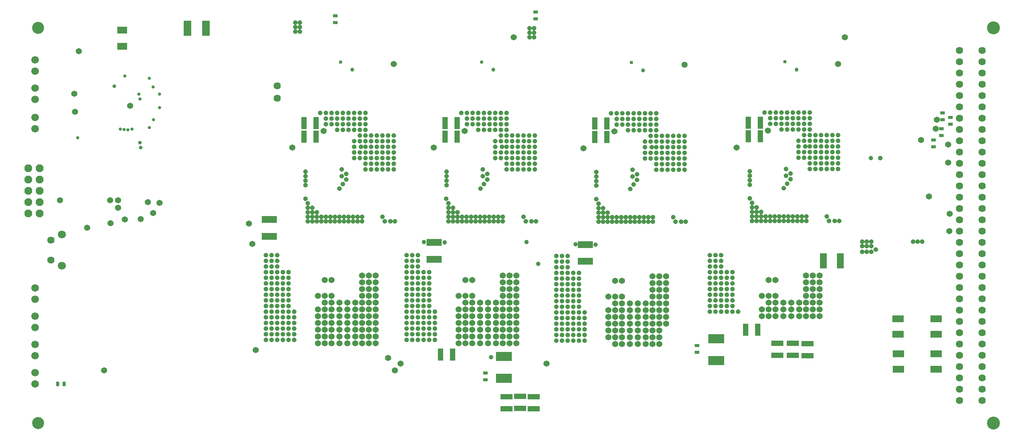
<source format=gbr>
G04 Layer_Color=16711935*
%FSLAX45Y45*%
%MOMM*%
%TF.FileFunction,Soldermask,Bot*%
%TF.Part,Single*%
G01*
G75*
%TA.AperFunction,SMDPad,CuDef*%
%ADD89R,2.60160X1.60160*%
%ADD90R,2.70160X1.20160*%
%ADD91R,1.00160X0.80160*%
%ADD92R,0.80160X1.00160*%
%ADD94R,1.20160X2.70160*%
%ADD97R,3.60160X2.10160*%
%TA.AperFunction,ComponentPad*%
%ADD126C,1.80160*%
%ADD127C,1.62560*%
%ADD128C,1.70160*%
G04:AMPARAMS|DCode=129|XSize=1.6764mm|YSize=1.6764mm|CornerRadius=0mm|HoleSize=0mm|Usage=FLASHONLY|Rotation=90.000|XOffset=0mm|YOffset=0mm|HoleType=Round|Shape=Octagon|*
%AMOCTAGOND129*
4,1,8,0.41910,0.83820,-0.41910,0.83820,-0.83820,0.41910,-0.83820,-0.41910,-0.41910,-0.83820,0.41910,-0.83820,0.83820,-0.41910,0.83820,0.41910,0.41910,0.83820,0.0*
%
%ADD129OCTAGOND129*%

%ADD130C,2.90160*%
%TA.AperFunction,ViaPad*%
%ADD131C,1.62560*%
%ADD132C,2.70160*%
%ADD133C,1.00160*%
%ADD134C,1.05160*%
%ADD135C,1.37160*%
%ADD136C,0.86360*%
%ADD137C,0.77360*%
%ADD138C,0.73660*%
%ADD139C,0.80160*%
%TA.AperFunction,SMDPad,CuDef*%
%ADD140R,3.40160X1.50160*%
%ADD141R,1.50160X3.40160*%
%ADD142R,2.28160X1.62160*%
%ADD143R,1.65160X3.40160*%
D89*
X22720000Y2762000D02*
D03*
X21870000Y3112000D02*
D03*
Y2762000D02*
D03*
X22720000Y3112000D02*
D03*
X22716000Y3552000D02*
D03*
X21866000Y3902000D02*
D03*
Y3552000D02*
D03*
X22716000Y3902000D02*
D03*
D90*
X13074001Y1880000D02*
D03*
Y2150000D02*
D03*
X13385001Y1882000D02*
D03*
Y2152000D02*
D03*
X13685001Y1880000D02*
D03*
Y2150000D02*
D03*
X19153000Y3079000D02*
D03*
Y3349000D02*
D03*
X19836000Y3071000D02*
D03*
Y3341000D02*
D03*
X19506000Y3079000D02*
D03*
Y3349000D02*
D03*
D91*
X17355000Y3299000D02*
D03*
Y3149000D02*
D03*
X22860001Y8383200D02*
D03*
Y8533200D02*
D03*
X23037801Y8431600D02*
D03*
Y8281600D02*
D03*
X22834599Y8177600D02*
D03*
Y8027600D02*
D03*
X22656799Y7923600D02*
D03*
Y7773600D02*
D03*
X12601000Y2678000D02*
D03*
Y2528000D02*
D03*
X13731000Y10800996D02*
D03*
Y10650999D02*
D03*
X9230360Y10715056D02*
D03*
Y10565059D02*
D03*
D92*
X2998400Y2438400D02*
D03*
X3148400D02*
D03*
D94*
X8796400Y8001000D02*
D03*
X8526400D02*
D03*
X8796400Y8305800D02*
D03*
X8526400D02*
D03*
X11592000Y3094000D02*
D03*
X11862000D02*
D03*
X11968400Y8303800D02*
D03*
X11698400D02*
D03*
X11968400Y7999000D02*
D03*
X11698400D02*
D03*
X15328400Y8290800D02*
D03*
X15058400D02*
D03*
X15328400Y7986000D02*
D03*
X15058400D02*
D03*
X18772400Y8307800D02*
D03*
X18502400D02*
D03*
X18772400Y8003000D02*
D03*
X18502400D02*
D03*
X18446001Y3652000D02*
D03*
X18716000D02*
D03*
D97*
X17786000Y3450000D02*
D03*
Y2960000D02*
D03*
X13016000Y2560000D02*
D03*
Y3050000D02*
D03*
D126*
X3096300Y5794100D02*
D03*
Y5093100D02*
D03*
D127*
X2847300Y5218600D02*
D03*
Y5668600D02*
D03*
X23749001Y9937000D02*
D03*
Y9683000D02*
D03*
Y9429000D02*
D03*
Y9175000D02*
D03*
Y8921000D02*
D03*
Y8667000D02*
D03*
Y8413000D02*
D03*
Y8159000D02*
D03*
Y7905000D02*
D03*
Y7651000D02*
D03*
Y7397000D02*
D03*
Y7143000D02*
D03*
Y6889000D02*
D03*
Y6635000D02*
D03*
Y6381000D02*
D03*
Y6127000D02*
D03*
Y5873000D02*
D03*
Y5619000D02*
D03*
Y5365000D02*
D03*
Y5111000D02*
D03*
Y4857000D02*
D03*
Y4603000D02*
D03*
Y4349000D02*
D03*
Y4095000D02*
D03*
Y3841000D02*
D03*
Y3587000D02*
D03*
Y3333000D02*
D03*
Y3079000D02*
D03*
Y2825000D02*
D03*
Y2571000D02*
D03*
Y2317000D02*
D03*
Y2063000D02*
D03*
X23241000Y9937000D02*
D03*
Y9683000D02*
D03*
Y9429000D02*
D03*
Y9175000D02*
D03*
Y8921000D02*
D03*
Y8667000D02*
D03*
Y8413000D02*
D03*
Y8159000D02*
D03*
Y7905000D02*
D03*
Y7651000D02*
D03*
Y7397000D02*
D03*
Y7143000D02*
D03*
Y6889000D02*
D03*
Y6635000D02*
D03*
Y6381000D02*
D03*
Y6127000D02*
D03*
Y5873000D02*
D03*
Y5619000D02*
D03*
Y5365000D02*
D03*
Y5111000D02*
D03*
Y4857000D02*
D03*
Y4603000D02*
D03*
Y4349000D02*
D03*
Y4095000D02*
D03*
Y3841000D02*
D03*
Y3587000D02*
D03*
Y3333000D02*
D03*
Y3079000D02*
D03*
Y2825000D02*
D03*
Y2571000D02*
D03*
Y2317000D02*
D03*
Y2063000D02*
D03*
D128*
X2492400Y9474200D02*
D03*
Y9728200D02*
D03*
Y8432800D02*
D03*
Y8178800D02*
D03*
Y9093200D02*
D03*
Y8839200D02*
D03*
Y4597400D02*
D03*
Y4343400D02*
D03*
Y3962400D02*
D03*
Y3708400D02*
D03*
Y3327400D02*
D03*
Y3073400D02*
D03*
Y2692400D02*
D03*
Y2438400D02*
D03*
D129*
X2336801Y7289800D02*
D03*
X2590801D02*
D03*
Y7035800D02*
D03*
X2336801D02*
D03*
Y6781800D02*
D03*
X2590801D02*
D03*
X2336801Y6527800D02*
D03*
X2590801D02*
D03*
X2336801Y6273800D02*
D03*
X2590801D02*
D03*
D130*
X24003000Y10445000D02*
D03*
Y1555000D02*
D03*
D131*
X7924800Y8864600D02*
D03*
Y9144000D02*
D03*
D132*
X2557000Y10444400D02*
D03*
Y1554900D02*
D03*
D133*
X11222000Y5624000D02*
D03*
X11684000Y5620000D02*
D03*
X13789999Y5134000D02*
D03*
X14622000Y5573000D02*
D03*
X15077000Y5569000D02*
D03*
X12728000Y3037000D02*
D03*
X13528000Y5626000D02*
D03*
X21255000Y7515000D02*
D03*
D134*
X8331200Y10566400D02*
D03*
Y10464800D02*
D03*
Y10363200D02*
D03*
X8432800D02*
D03*
Y10464800D02*
D03*
Y10566400D02*
D03*
X13690601Y10236200D02*
D03*
Y10337800D02*
D03*
Y10439400D02*
D03*
X13589000Y10337800D02*
D03*
Y10439400D02*
D03*
Y10236200D02*
D03*
X22199600Y5638800D02*
D03*
X22301199D02*
D03*
X22402800D02*
D03*
X21361400Y5461000D02*
D03*
X21259801Y5638800D02*
D03*
Y5537200D02*
D03*
Y5410200D02*
D03*
X21158200D02*
D03*
Y5537200D02*
D03*
Y5638800D02*
D03*
X21056599Y5410200D02*
D03*
Y5537200D02*
D03*
Y5638800D02*
D03*
X9321800Y6832600D02*
D03*
X9398000Y6934200D02*
D03*
X9474200Y7035800D02*
D03*
Y7162800D02*
D03*
X9372600Y7264400D02*
D03*
Y7112000D02*
D03*
X8051800Y3429000D02*
D03*
Y3556000D02*
D03*
Y3683000D02*
D03*
Y3810000D02*
D03*
Y3937000D02*
D03*
Y4064000D02*
D03*
X8178800D02*
D03*
Y3937000D02*
D03*
Y3810000D02*
D03*
Y3683000D02*
D03*
Y3556000D02*
D03*
Y3429000D02*
D03*
X8305800Y4064000D02*
D03*
Y3937000D02*
D03*
Y3810000D02*
D03*
Y3683000D02*
D03*
Y3556000D02*
D03*
Y3429000D02*
D03*
X8178800Y4191000D02*
D03*
Y4318000D02*
D03*
Y4445000D02*
D03*
Y4572000D02*
D03*
Y4699000D02*
D03*
Y4826000D02*
D03*
Y4953000D02*
D03*
X8051800Y4191000D02*
D03*
Y4318000D02*
D03*
Y4445000D02*
D03*
Y4572000D02*
D03*
Y4699000D02*
D03*
Y4826000D02*
D03*
Y4953000D02*
D03*
X7924800Y3429000D02*
D03*
Y3556000D02*
D03*
Y3683000D02*
D03*
Y3810000D02*
D03*
Y3937000D02*
D03*
Y4064000D02*
D03*
Y4191000D02*
D03*
X7797800Y3429000D02*
D03*
Y3556000D02*
D03*
Y3683000D02*
D03*
Y3810000D02*
D03*
Y3937000D02*
D03*
Y4064000D02*
D03*
Y4191000D02*
D03*
X7670800D02*
D03*
Y4064000D02*
D03*
Y3937000D02*
D03*
Y3810000D02*
D03*
Y3683000D02*
D03*
Y3556000D02*
D03*
Y3429000D02*
D03*
X7924800Y5334000D02*
D03*
Y5207000D02*
D03*
Y5080000D02*
D03*
Y4953000D02*
D03*
Y4826000D02*
D03*
Y4699000D02*
D03*
Y4572000D02*
D03*
Y4445000D02*
D03*
Y4318000D02*
D03*
X7797800Y5334000D02*
D03*
Y5207000D02*
D03*
Y5080000D02*
D03*
Y4953000D02*
D03*
Y4826000D02*
D03*
Y4699000D02*
D03*
Y4572000D02*
D03*
Y4445000D02*
D03*
Y4318000D02*
D03*
X7670800D02*
D03*
Y4445000D02*
D03*
Y4572000D02*
D03*
Y4699000D02*
D03*
Y4826000D02*
D03*
Y4953000D02*
D03*
Y5080000D02*
D03*
Y5207000D02*
D03*
Y5334000D02*
D03*
X9525000Y8534400D02*
D03*
Y8280400D02*
D03*
Y8153400D02*
D03*
Y8407400D02*
D03*
X10541000Y7264400D02*
D03*
X10414000D02*
D03*
X10287000D02*
D03*
X10160000D02*
D03*
X10033000D02*
D03*
X9906000D02*
D03*
Y7391400D02*
D03*
X10033000D02*
D03*
X10160000D02*
D03*
X10287000D02*
D03*
X10414000D02*
D03*
X10541000D02*
D03*
X9398000Y8534400D02*
D03*
X9906000Y7645400D02*
D03*
X10033000D02*
D03*
X10160000D02*
D03*
X10287000D02*
D03*
X10414000D02*
D03*
X10541000D02*
D03*
Y7518400D02*
D03*
X10414000D02*
D03*
X10287000D02*
D03*
X10160000D02*
D03*
X10033000D02*
D03*
X9906000D02*
D03*
X9779000D02*
D03*
Y7645400D02*
D03*
X9804400Y7772400D02*
D03*
X9906000D02*
D03*
X10033000D02*
D03*
X10160000D02*
D03*
X10287000D02*
D03*
X10414000D02*
D03*
X10541000D02*
D03*
X10414000Y7899400D02*
D03*
X10289540Y7896860D02*
D03*
X10160000Y7899400D02*
D03*
X10033000D02*
D03*
X9906000D02*
D03*
X9779000D02*
D03*
X9652000Y7518400D02*
D03*
Y7645400D02*
D03*
Y7772400D02*
D03*
Y7899400D02*
D03*
X10541000D02*
D03*
Y8026400D02*
D03*
X10414000D02*
D03*
X10287000D02*
D03*
X10160000D02*
D03*
X10033000D02*
D03*
X9906000D02*
D03*
X9779000D02*
D03*
X9906000Y8153400D02*
D03*
X9779000D02*
D03*
X9652000D02*
D03*
X9906000Y8280400D02*
D03*
X9779000D02*
D03*
X9652000D02*
D03*
Y8407400D02*
D03*
X9779000D02*
D03*
X9906000D02*
D03*
X9652000Y8534400D02*
D03*
X9779000D02*
D03*
X9906000D02*
D03*
X10464800Y6096000D02*
D03*
X10287000Y6197600D02*
D03*
X8559800Y7213600D02*
D03*
Y7112000D02*
D03*
Y7010400D02*
D03*
Y6908800D02*
D03*
Y6604000D02*
D03*
X8610600Y6502400D02*
D03*
Y6400800D02*
D03*
Y6299200D02*
D03*
X8712200D02*
D03*
Y6400800D02*
D03*
X8813800Y6299200D02*
D03*
X8610600Y6197600D02*
D03*
Y6096000D02*
D03*
X8712200D02*
D03*
Y6197600D02*
D03*
X8813800D02*
D03*
Y6096000D02*
D03*
X8915400Y6197600D02*
D03*
Y6096000D02*
D03*
X9017000D02*
D03*
Y6197600D02*
D03*
X9118600D02*
D03*
Y6096000D02*
D03*
X9220200D02*
D03*
Y6197600D02*
D03*
X9321800D02*
D03*
Y6096000D02*
D03*
X9423400D02*
D03*
Y6197600D02*
D03*
X9525000D02*
D03*
Y6096000D02*
D03*
X9626600Y6197600D02*
D03*
Y6096000D02*
D03*
X9728200D02*
D03*
Y6197600D02*
D03*
X9829800D02*
D03*
Y6096000D02*
D03*
X10337800D02*
D03*
X10566400D02*
D03*
X9271000Y8534400D02*
D03*
X9144000D02*
D03*
X9017000D02*
D03*
X8890000D02*
D03*
X9398000Y8407400D02*
D03*
X9271000D02*
D03*
X9144000D02*
D03*
X9017000D02*
D03*
X9398000Y8280400D02*
D03*
Y8153400D02*
D03*
X9271000Y8280400D02*
D03*
X9144000D02*
D03*
X9017000D02*
D03*
X9271000Y8153400D02*
D03*
X21467999Y7512000D02*
D03*
X12443000Y8151400D02*
D03*
X12189000Y8278400D02*
D03*
X12316000D02*
D03*
X12443000D02*
D03*
X12570000Y8151400D02*
D03*
Y8278400D02*
D03*
X12189000Y8405400D02*
D03*
X12316000D02*
D03*
X12443000D02*
D03*
X12570000D02*
D03*
X12062000Y8532400D02*
D03*
X12189000D02*
D03*
X12316000D02*
D03*
X12443000D02*
D03*
X13738400Y6094000D02*
D03*
X13509801D02*
D03*
X11731800Y6906800D02*
D03*
Y7008400D02*
D03*
Y7110000D02*
D03*
Y7211600D02*
D03*
X13459000Y6195600D02*
D03*
X13636800Y6094000D02*
D03*
X13078000Y8532400D02*
D03*
X12950999D02*
D03*
X12824001D02*
D03*
X13078000Y8405400D02*
D03*
X12950999D02*
D03*
X12824001D02*
D03*
Y8278400D02*
D03*
X12950999D02*
D03*
X13078000D02*
D03*
X12824001Y8151400D02*
D03*
X12950999D02*
D03*
X13078000D02*
D03*
X12950999Y8024400D02*
D03*
X13078000D02*
D03*
X13205000D02*
D03*
X13332001D02*
D03*
X13459000D02*
D03*
X13586000D02*
D03*
X13713000D02*
D03*
Y7897400D02*
D03*
X12824001D02*
D03*
Y7770400D02*
D03*
Y7643400D02*
D03*
Y7516400D02*
D03*
X12950999Y7897400D02*
D03*
X13078000D02*
D03*
X13205000D02*
D03*
X13332001D02*
D03*
X13461540Y7894860D02*
D03*
X13586000Y7897400D02*
D03*
X13713000Y7770400D02*
D03*
X13586000D02*
D03*
X13459000D02*
D03*
X13332001D02*
D03*
X13205000D02*
D03*
X13078000D02*
D03*
X12976401D02*
D03*
X12950999Y7643400D02*
D03*
Y7516400D02*
D03*
X13078000D02*
D03*
X13205000D02*
D03*
X13332001D02*
D03*
X13459000D02*
D03*
X13586000D02*
D03*
X13713000D02*
D03*
Y7643400D02*
D03*
X13586000D02*
D03*
X13459000D02*
D03*
X13332001D02*
D03*
X13205000D02*
D03*
X13078000D02*
D03*
X12570000Y8532400D02*
D03*
X13713000Y7389400D02*
D03*
X13586000D02*
D03*
X13459000D02*
D03*
X13332001D02*
D03*
X13205000D02*
D03*
X13078000D02*
D03*
Y7262400D02*
D03*
X13205000D02*
D03*
X13332001D02*
D03*
X13459000D02*
D03*
X13586000D02*
D03*
X13713000D02*
D03*
X12697000Y8405400D02*
D03*
Y8151400D02*
D03*
Y8278400D02*
D03*
Y8532400D02*
D03*
X12544600Y7110000D02*
D03*
Y7262400D02*
D03*
X12646200Y7160800D02*
D03*
Y7033800D02*
D03*
X12570000Y6932200D02*
D03*
X12493800Y6830600D02*
D03*
X15803000Y8138400D02*
D03*
X15549001Y8265400D02*
D03*
X15675999D02*
D03*
X15803000D02*
D03*
X15930000Y8138400D02*
D03*
Y8265400D02*
D03*
X15549001Y8392400D02*
D03*
X15675999D02*
D03*
X15803000D02*
D03*
X15930000D02*
D03*
X15422000Y8519400D02*
D03*
X15549001D02*
D03*
X15675999D02*
D03*
X15803000D02*
D03*
X17098399Y6081000D02*
D03*
X16869800D02*
D03*
X16361800D02*
D03*
Y6182600D02*
D03*
X16260201D02*
D03*
Y6081000D02*
D03*
X16158600D02*
D03*
Y6182600D02*
D03*
X16057001Y6081000D02*
D03*
Y6182600D02*
D03*
X15955400D02*
D03*
Y6081000D02*
D03*
X15853799D02*
D03*
Y6182600D02*
D03*
X15752200D02*
D03*
Y6081000D02*
D03*
X15650600D02*
D03*
Y6182600D02*
D03*
X15549001D02*
D03*
Y6081000D02*
D03*
X15447400D02*
D03*
Y6182600D02*
D03*
X15345799Y6081000D02*
D03*
Y6182600D02*
D03*
X15244200D02*
D03*
Y6081000D02*
D03*
X15142599D02*
D03*
Y6182600D02*
D03*
X15345799Y6284200D02*
D03*
X15244200Y6385800D02*
D03*
Y6284200D02*
D03*
X15142599D02*
D03*
Y6385800D02*
D03*
Y6487400D02*
D03*
X15091800Y6589000D02*
D03*
Y6893800D02*
D03*
Y6995400D02*
D03*
Y7097000D02*
D03*
Y7198600D02*
D03*
X16819000Y6182600D02*
D03*
X16996800Y6081000D02*
D03*
X16438000Y8519400D02*
D03*
X16311000D02*
D03*
X16184000D02*
D03*
X16438000Y8392400D02*
D03*
X16311000D02*
D03*
X16184000D02*
D03*
Y8265400D02*
D03*
X16311000D02*
D03*
X16438000D02*
D03*
X16184000Y8138400D02*
D03*
X16311000D02*
D03*
X16438000D02*
D03*
X16311000Y8011400D02*
D03*
X16438000D02*
D03*
X16564999D02*
D03*
X16692000D02*
D03*
X16819000D02*
D03*
X16946001D02*
D03*
X17073000D02*
D03*
Y7884400D02*
D03*
X16184000D02*
D03*
Y7757400D02*
D03*
Y7630400D02*
D03*
Y7503400D02*
D03*
X16311000Y7884400D02*
D03*
X16438000D02*
D03*
X16564999D02*
D03*
X16692000D02*
D03*
X16821539Y7881860D02*
D03*
X16946001Y7884400D02*
D03*
X17073000Y7757400D02*
D03*
X16946001D02*
D03*
X16819000D02*
D03*
X16692000D02*
D03*
X16564999D02*
D03*
X16438000D02*
D03*
X16336400D02*
D03*
X16311000Y7630400D02*
D03*
Y7503400D02*
D03*
X16438000D02*
D03*
X16564999D02*
D03*
X16692000D02*
D03*
X16819000D02*
D03*
X16946001D02*
D03*
X17073000D02*
D03*
Y7630400D02*
D03*
X16946001D02*
D03*
X16819000D02*
D03*
X16692000D02*
D03*
X16564999D02*
D03*
X16438000D02*
D03*
X15930000Y8519400D02*
D03*
X17073000Y7376400D02*
D03*
X16946001D02*
D03*
X16819000D02*
D03*
X16692000D02*
D03*
X16564999D02*
D03*
X16438000D02*
D03*
Y7249400D02*
D03*
X16564999D02*
D03*
X16692000D02*
D03*
X16819000D02*
D03*
X16946001D02*
D03*
X17073000D02*
D03*
X16057001Y8392400D02*
D03*
Y8138400D02*
D03*
Y8265400D02*
D03*
Y8519400D02*
D03*
X15904601Y7097000D02*
D03*
Y7249400D02*
D03*
X16006200Y7147800D02*
D03*
Y7020800D02*
D03*
X15930000Y6919200D02*
D03*
X15853799Y6817600D02*
D03*
X19247000Y8155400D02*
D03*
X18992999Y8282400D02*
D03*
X19120000D02*
D03*
X19247000D02*
D03*
X19374001Y8155400D02*
D03*
Y8282400D02*
D03*
X18992999Y8409400D02*
D03*
X19120000D02*
D03*
X19247000D02*
D03*
X19374001D02*
D03*
X18866000Y8536400D02*
D03*
X18992999D02*
D03*
X19120000D02*
D03*
X19247000D02*
D03*
X20542400Y6098000D02*
D03*
X20313800D02*
D03*
X19805800D02*
D03*
Y6199600D02*
D03*
X19704201D02*
D03*
Y6098000D02*
D03*
X19602600D02*
D03*
Y6199600D02*
D03*
X19500999Y6098000D02*
D03*
Y6199600D02*
D03*
X19399400D02*
D03*
Y6098000D02*
D03*
X19297800D02*
D03*
Y6199600D02*
D03*
X19196201D02*
D03*
Y6098000D02*
D03*
X19094600D02*
D03*
Y6199600D02*
D03*
X18992999D02*
D03*
Y6098000D02*
D03*
X18891400D02*
D03*
Y6199600D02*
D03*
X18789799Y6098000D02*
D03*
Y6199600D02*
D03*
X18688200D02*
D03*
Y6098000D02*
D03*
X18586600D02*
D03*
Y6199600D02*
D03*
X18789799Y6301200D02*
D03*
X18688200Y6402800D02*
D03*
Y6301200D02*
D03*
X18586600D02*
D03*
Y6402800D02*
D03*
Y6504400D02*
D03*
X18535800Y6606000D02*
D03*
Y6910800D02*
D03*
Y7012400D02*
D03*
Y7114000D02*
D03*
Y7215600D02*
D03*
X20263000Y6199600D02*
D03*
X20440800Y6098000D02*
D03*
X19882001Y8536400D02*
D03*
X19755000D02*
D03*
X19628000D02*
D03*
X19882001Y8409400D02*
D03*
X19755000D02*
D03*
X19628000D02*
D03*
Y8282400D02*
D03*
X19755000D02*
D03*
X19882001D02*
D03*
X19628000Y8155400D02*
D03*
X19755000D02*
D03*
X19882001D02*
D03*
X19755000Y8028400D02*
D03*
X19882001D02*
D03*
X20009000D02*
D03*
X20136000D02*
D03*
X20263000D02*
D03*
X20389999D02*
D03*
X20517000D02*
D03*
Y7901400D02*
D03*
X19628000D02*
D03*
Y7774400D02*
D03*
Y7647400D02*
D03*
Y7520400D02*
D03*
X19755000Y7901400D02*
D03*
X19882001D02*
D03*
X20009000D02*
D03*
X20136000D02*
D03*
X20265540Y7898860D02*
D03*
X20389999Y7901400D02*
D03*
X20517000Y7774400D02*
D03*
X20389999D02*
D03*
X20263000D02*
D03*
X20136000D02*
D03*
X20009000D02*
D03*
X19882001D02*
D03*
X19780400D02*
D03*
X19755000Y7647400D02*
D03*
Y7520400D02*
D03*
X19882001D02*
D03*
X20009000D02*
D03*
X20136000D02*
D03*
X20263000D02*
D03*
X20389999D02*
D03*
X20517000D02*
D03*
Y7647400D02*
D03*
X20389999D02*
D03*
X20263000D02*
D03*
X20136000D02*
D03*
X20009000D02*
D03*
X19882001D02*
D03*
X19374001Y8536400D02*
D03*
X20517000Y7393400D02*
D03*
X20389999D02*
D03*
X20263000D02*
D03*
X20136000D02*
D03*
X20009000D02*
D03*
X19882001D02*
D03*
Y7266400D02*
D03*
X20009000D02*
D03*
X20136000D02*
D03*
X20263000D02*
D03*
X20389999D02*
D03*
X20517000D02*
D03*
X19500999Y8409400D02*
D03*
Y8155400D02*
D03*
Y8282400D02*
D03*
Y8536400D02*
D03*
X19348599Y7114000D02*
D03*
Y7266400D02*
D03*
X19450200Y7164800D02*
D03*
Y7037800D02*
D03*
X19374001Y6936200D02*
D03*
X19297800Y6834600D02*
D03*
X12995799Y6093000D02*
D03*
Y6194600D02*
D03*
X12894200D02*
D03*
Y6093000D02*
D03*
X12792600D02*
D03*
Y6194600D02*
D03*
X12691000Y6093000D02*
D03*
Y6194600D02*
D03*
X12589400D02*
D03*
Y6093000D02*
D03*
X12487800D02*
D03*
Y6194600D02*
D03*
X12386200D02*
D03*
Y6093000D02*
D03*
X12284600D02*
D03*
Y6194600D02*
D03*
X12183000D02*
D03*
Y6093000D02*
D03*
X12081400D02*
D03*
Y6194600D02*
D03*
X11979800Y6093000D02*
D03*
Y6194600D02*
D03*
X11878200D02*
D03*
Y6093000D02*
D03*
X11776600D02*
D03*
Y6194600D02*
D03*
X11979800Y6296200D02*
D03*
X11878200Y6397800D02*
D03*
Y6296200D02*
D03*
X11776600D02*
D03*
Y6397800D02*
D03*
Y6499400D02*
D03*
X11725800Y6601000D02*
D03*
X10835800Y5334000D02*
D03*
Y5207000D02*
D03*
Y5080000D02*
D03*
Y4953000D02*
D03*
Y4826000D02*
D03*
Y4699000D02*
D03*
Y4572000D02*
D03*
Y4445000D02*
D03*
Y4318000D02*
D03*
X10962800D02*
D03*
Y4445000D02*
D03*
Y4572000D02*
D03*
Y4699000D02*
D03*
Y4826000D02*
D03*
Y4953000D02*
D03*
Y5080000D02*
D03*
Y5207000D02*
D03*
Y5334000D02*
D03*
X11089800Y4318000D02*
D03*
Y4445000D02*
D03*
Y4572000D02*
D03*
Y4699000D02*
D03*
Y4826000D02*
D03*
Y4953000D02*
D03*
Y5080000D02*
D03*
Y5207000D02*
D03*
Y5334000D02*
D03*
X10835800Y3429000D02*
D03*
Y3556000D02*
D03*
Y3683000D02*
D03*
Y3810000D02*
D03*
Y3937000D02*
D03*
Y4064000D02*
D03*
Y4191000D02*
D03*
X10962800D02*
D03*
Y4064000D02*
D03*
Y3937000D02*
D03*
Y3810000D02*
D03*
Y3683000D02*
D03*
Y3556000D02*
D03*
Y3429000D02*
D03*
X11089800Y4191000D02*
D03*
Y4064000D02*
D03*
Y3937000D02*
D03*
Y3810000D02*
D03*
Y3683000D02*
D03*
Y3556000D02*
D03*
Y3429000D02*
D03*
X11216800Y4953000D02*
D03*
Y4826000D02*
D03*
Y4699000D02*
D03*
Y4572000D02*
D03*
Y4445000D02*
D03*
Y4318000D02*
D03*
Y4191000D02*
D03*
X11343800Y4953000D02*
D03*
Y4826000D02*
D03*
Y4699000D02*
D03*
Y4572000D02*
D03*
Y4445000D02*
D03*
Y4318000D02*
D03*
Y4191000D02*
D03*
X11470800Y3429000D02*
D03*
Y3556000D02*
D03*
Y3683000D02*
D03*
Y3810000D02*
D03*
Y3937000D02*
D03*
Y4064000D02*
D03*
X11343800Y3429000D02*
D03*
Y3556000D02*
D03*
Y3683000D02*
D03*
Y3810000D02*
D03*
Y3937000D02*
D03*
Y4064000D02*
D03*
X11216800D02*
D03*
Y3937000D02*
D03*
Y3810000D02*
D03*
Y3683000D02*
D03*
Y3556000D02*
D03*
Y3429000D02*
D03*
X14197800Y5314000D02*
D03*
Y5187000D02*
D03*
Y5060000D02*
D03*
Y4933000D02*
D03*
Y4806000D02*
D03*
Y4679000D02*
D03*
Y4552000D02*
D03*
Y4425000D02*
D03*
Y4298000D02*
D03*
X14324800D02*
D03*
Y4425000D02*
D03*
Y4552000D02*
D03*
Y4679000D02*
D03*
Y4806000D02*
D03*
Y4933000D02*
D03*
Y5060000D02*
D03*
Y5187000D02*
D03*
Y5314000D02*
D03*
X14451801Y4298000D02*
D03*
Y4425000D02*
D03*
Y4552000D02*
D03*
Y4679000D02*
D03*
Y4806000D02*
D03*
Y4933000D02*
D03*
Y5060000D02*
D03*
Y5187000D02*
D03*
Y5314000D02*
D03*
X14197800Y3409000D02*
D03*
Y3536000D02*
D03*
Y3663000D02*
D03*
Y3790000D02*
D03*
Y3917000D02*
D03*
Y4044000D02*
D03*
Y4171000D02*
D03*
X14324800D02*
D03*
Y4044000D02*
D03*
Y3917000D02*
D03*
Y3790000D02*
D03*
Y3663000D02*
D03*
Y3536000D02*
D03*
Y3409000D02*
D03*
X14451801Y4171000D02*
D03*
Y4044000D02*
D03*
Y3917000D02*
D03*
Y3790000D02*
D03*
Y3663000D02*
D03*
Y3536000D02*
D03*
Y3409000D02*
D03*
X14578799Y4933000D02*
D03*
Y4806000D02*
D03*
Y4679000D02*
D03*
Y4552000D02*
D03*
Y4425000D02*
D03*
Y4298000D02*
D03*
Y4171000D02*
D03*
X14705800Y4933000D02*
D03*
Y4806000D02*
D03*
Y4679000D02*
D03*
Y4552000D02*
D03*
Y4425000D02*
D03*
Y4298000D02*
D03*
Y4171000D02*
D03*
X14832800Y3409000D02*
D03*
Y3536000D02*
D03*
Y3663000D02*
D03*
Y3790000D02*
D03*
Y3917000D02*
D03*
Y4044000D02*
D03*
X14705800Y3409000D02*
D03*
Y3536000D02*
D03*
Y3663000D02*
D03*
Y3790000D02*
D03*
Y3917000D02*
D03*
Y4044000D02*
D03*
X14578799D02*
D03*
Y3917000D02*
D03*
Y3790000D02*
D03*
Y3663000D02*
D03*
Y3536000D02*
D03*
Y3409000D02*
D03*
X17637801Y5334000D02*
D03*
Y5207000D02*
D03*
Y5080000D02*
D03*
Y4953000D02*
D03*
Y4826000D02*
D03*
Y4699000D02*
D03*
Y4572000D02*
D03*
Y4445000D02*
D03*
Y4318000D02*
D03*
X17764799D02*
D03*
Y4445000D02*
D03*
Y4572000D02*
D03*
Y4699000D02*
D03*
Y4826000D02*
D03*
Y4953000D02*
D03*
Y5080000D02*
D03*
Y5207000D02*
D03*
Y5334000D02*
D03*
X17891800Y4318000D02*
D03*
Y4445000D02*
D03*
Y4572000D02*
D03*
Y4699000D02*
D03*
Y4826000D02*
D03*
Y4953000D02*
D03*
Y5080000D02*
D03*
Y5207000D02*
D03*
Y5334000D02*
D03*
X17637801Y4064000D02*
D03*
Y4191000D02*
D03*
X17764799D02*
D03*
Y4064000D02*
D03*
X17891800Y4191000D02*
D03*
Y4064000D02*
D03*
X18018800Y4953000D02*
D03*
Y4826000D02*
D03*
Y4699000D02*
D03*
Y4572000D02*
D03*
Y4445000D02*
D03*
Y4318000D02*
D03*
Y4191000D02*
D03*
X18145799Y4953000D02*
D03*
Y4826000D02*
D03*
Y4699000D02*
D03*
Y4572000D02*
D03*
Y4445000D02*
D03*
Y4318000D02*
D03*
Y4191000D02*
D03*
X18272800Y4064000D02*
D03*
X18145799D02*
D03*
X18018800D02*
D03*
D135*
X20667979Y10233660D02*
D03*
X13238480D02*
D03*
X3377000Y8967540D02*
D03*
X3389700Y8561000D02*
D03*
X22734200Y8383200D02*
D03*
X22378600Y7923600D02*
D03*
X22708800Y8177600D02*
D03*
X22555200Y6654800D02*
D03*
X22987000Y7823200D02*
D03*
Y7416800D02*
D03*
X23026401Y6262400D02*
D03*
X23018800Y5873801D02*
D03*
X10134600Y3505200D02*
D03*
Y3657600D02*
D03*
X9982200D02*
D03*
Y3505200D02*
D03*
X9829800Y3657600D02*
D03*
Y3505200D02*
D03*
Y3352800D02*
D03*
X9982200D02*
D03*
X10134600D02*
D03*
X9677400Y3505200D02*
D03*
X9321800Y3657600D02*
D03*
X9499600Y3352800D02*
D03*
X9677400D02*
D03*
X9144000Y3505200D02*
D03*
Y3657600D02*
D03*
X8991600D02*
D03*
Y3505200D02*
D03*
X8839200Y3657600D02*
D03*
Y3505200D02*
D03*
Y3352800D02*
D03*
X8991600D02*
D03*
X9144000D02*
D03*
X9677400Y3657600D02*
D03*
X9321800Y3505200D02*
D03*
Y3352800D02*
D03*
X9499600Y3505200D02*
D03*
Y3657600D02*
D03*
Y4114800D02*
D03*
Y3962400D02*
D03*
X9321800Y3810000D02*
D03*
Y3962400D02*
D03*
X9677400Y4267200D02*
D03*
Y4114800D02*
D03*
X9144000Y3810000D02*
D03*
X8991600D02*
D03*
X8839200D02*
D03*
Y3962400D02*
D03*
Y4114800D02*
D03*
X8991600Y3962400D02*
D03*
Y4114800D02*
D03*
X9144000D02*
D03*
Y3962400D02*
D03*
X9677400Y3810000D02*
D03*
X9499600D02*
D03*
X9321800Y4114800D02*
D03*
X9677400Y3962400D02*
D03*
X10134600Y3810000D02*
D03*
X9982200D02*
D03*
X9829800D02*
D03*
Y3962400D02*
D03*
Y4114800D02*
D03*
X9982200Y3962400D02*
D03*
Y4114800D02*
D03*
X10134600D02*
D03*
Y3962400D02*
D03*
Y4724400D02*
D03*
X9982200D02*
D03*
X9829800D02*
D03*
Y4876800D02*
D03*
X9982200D02*
D03*
X10134600D02*
D03*
X4038600Y2743200D02*
D03*
X10566400D02*
D03*
X13970000Y2895600D02*
D03*
X10693400D02*
D03*
X7442200Y3200400D02*
D03*
X10414000Y3022600D02*
D03*
X8991600Y4775200D02*
D03*
X9144000D02*
D03*
X8991600Y4267200D02*
D03*
X8839200Y4419600D02*
D03*
X8991600D02*
D03*
X9144000D02*
D03*
Y4267200D02*
D03*
X9321800D02*
D03*
X9499600D02*
D03*
X10134600Y4419600D02*
D03*
Y4572000D02*
D03*
X9982200D02*
D03*
Y4419600D02*
D03*
X9829800Y4572000D02*
D03*
Y4419600D02*
D03*
Y4267200D02*
D03*
X9982200D02*
D03*
X10134600D02*
D03*
X10541000Y9634220D02*
D03*
X8269000Y7753401D02*
D03*
X7366000Y5588000D02*
D03*
X7289800Y6045200D02*
D03*
X8966200Y8128000D02*
D03*
X5026000Y6525000D02*
D03*
X3659000Y5952000D02*
D03*
X3471200Y9919400D02*
D03*
X4355000Y6565000D02*
D03*
X3055000Y6569000D02*
D03*
X5283000Y6512000D02*
D03*
X4623000Y8695000D02*
D03*
X4181000Y6566000D02*
D03*
X4188000Y6049000D02*
D03*
X4511000Y6135000D02*
D03*
X4862000Y6143000D02*
D03*
X5147000Y6282000D02*
D03*
X4357000Y6401000D02*
D03*
X12138200Y8126000D02*
D03*
X11441000Y7751401D02*
D03*
X15498199Y8113000D02*
D03*
X14800999Y7738401D02*
D03*
X17073000Y9619220D02*
D03*
X18942200Y8130000D02*
D03*
X18245000Y7755401D02*
D03*
X20517000Y9636220D02*
D03*
X13299600Y4267200D02*
D03*
X13147200D02*
D03*
X12994800D02*
D03*
Y4419600D02*
D03*
Y4572000D02*
D03*
X13147200Y4419600D02*
D03*
Y4572000D02*
D03*
X13299600D02*
D03*
Y4419600D02*
D03*
X12664600Y4267200D02*
D03*
X12486800D02*
D03*
X12309000D02*
D03*
Y4419600D02*
D03*
X12156600D02*
D03*
X12004200D02*
D03*
X12156600Y4267200D02*
D03*
X12309000Y4775200D02*
D03*
X12156600D02*
D03*
X13299600Y4876800D02*
D03*
X13147200D02*
D03*
X12994800D02*
D03*
Y4724400D02*
D03*
X13147200D02*
D03*
X13299600D02*
D03*
Y3962400D02*
D03*
Y4114800D02*
D03*
X13147200D02*
D03*
Y3962400D02*
D03*
X12994800Y4114800D02*
D03*
Y3962400D02*
D03*
Y3810000D02*
D03*
X13147200D02*
D03*
X13299600D02*
D03*
X12842400Y3962400D02*
D03*
X12486800Y4114800D02*
D03*
X12664600Y3810000D02*
D03*
X12842400D02*
D03*
X12309000Y3962400D02*
D03*
Y4114800D02*
D03*
X12156600D02*
D03*
Y3962400D02*
D03*
X12004200Y4114800D02*
D03*
Y3962400D02*
D03*
Y3810000D02*
D03*
X12156600D02*
D03*
X12309000D02*
D03*
X12842400Y4114800D02*
D03*
Y4267200D02*
D03*
X12486800Y3962400D02*
D03*
Y3810000D02*
D03*
X12664600Y3962400D02*
D03*
Y4114800D02*
D03*
Y3657600D02*
D03*
Y3505200D02*
D03*
X12486800Y3352800D02*
D03*
Y3505200D02*
D03*
X12842400Y3657600D02*
D03*
X12309000Y3352800D02*
D03*
X12156600D02*
D03*
X12004200D02*
D03*
Y3505200D02*
D03*
Y3657600D02*
D03*
X12156600Y3505200D02*
D03*
Y3657600D02*
D03*
X12309000D02*
D03*
Y3505200D02*
D03*
X12842400Y3352800D02*
D03*
X12664600D02*
D03*
X12486800Y3657600D02*
D03*
X12842400Y3505200D02*
D03*
X13299600Y3352800D02*
D03*
X13147200D02*
D03*
X12994800D02*
D03*
Y3505200D02*
D03*
Y3657600D02*
D03*
X13147200Y3505200D02*
D03*
Y3657600D02*
D03*
X13299600D02*
D03*
Y3505200D02*
D03*
X16661600Y4247200D02*
D03*
X16509200D02*
D03*
X16356799D02*
D03*
Y4399600D02*
D03*
Y4552000D02*
D03*
X16509200Y4399600D02*
D03*
Y4552000D02*
D03*
X16661600D02*
D03*
Y4399600D02*
D03*
X16026601Y4247200D02*
D03*
X15848801D02*
D03*
X15671001D02*
D03*
Y4399600D02*
D03*
X15518600D02*
D03*
X15366200D02*
D03*
X15518600Y4247200D02*
D03*
X15671001Y4755200D02*
D03*
X15518600D02*
D03*
X16661600Y4856800D02*
D03*
X16509200D02*
D03*
X16356799D02*
D03*
Y4704400D02*
D03*
X16509200D02*
D03*
X16661600D02*
D03*
Y3942400D02*
D03*
Y4094800D02*
D03*
X16509200D02*
D03*
Y3942400D02*
D03*
X16356799Y4094800D02*
D03*
Y3942400D02*
D03*
Y3790000D02*
D03*
X16509200D02*
D03*
X16661600D02*
D03*
X16204401Y3942400D02*
D03*
X15848801Y4094800D02*
D03*
X16026601Y3790000D02*
D03*
X16204401D02*
D03*
X15671001Y3942400D02*
D03*
Y4094800D02*
D03*
X15518600D02*
D03*
Y3942400D02*
D03*
X15366200Y4094800D02*
D03*
Y3942400D02*
D03*
Y3790000D02*
D03*
X15518600D02*
D03*
X15671001D02*
D03*
X16204401Y4094800D02*
D03*
Y4247200D02*
D03*
X15848801Y3942400D02*
D03*
Y3790000D02*
D03*
X16026601Y3942400D02*
D03*
Y4094800D02*
D03*
Y3637600D02*
D03*
Y3485200D02*
D03*
X15848801Y3332800D02*
D03*
Y3485200D02*
D03*
X16204401Y3637600D02*
D03*
X15671001Y3332800D02*
D03*
X15518600D02*
D03*
X15366200Y3485200D02*
D03*
Y3637600D02*
D03*
X15518600Y3485200D02*
D03*
Y3637600D02*
D03*
X15671001D02*
D03*
Y3485200D02*
D03*
X16204401Y3332800D02*
D03*
X16026601D02*
D03*
X15848801Y3637600D02*
D03*
X16204401Y3485200D02*
D03*
X16509200Y3332800D02*
D03*
X16356799D02*
D03*
Y3485200D02*
D03*
Y3637600D02*
D03*
X16509200Y3485200D02*
D03*
Y3637600D02*
D03*
X20101601Y4267200D02*
D03*
X19949200D02*
D03*
X19796800D02*
D03*
Y4419600D02*
D03*
Y4572000D02*
D03*
X19949200Y4419600D02*
D03*
Y4572000D02*
D03*
X20101601D02*
D03*
Y4419600D02*
D03*
X19466600Y4267200D02*
D03*
X19288800D02*
D03*
X19111000D02*
D03*
Y4419600D02*
D03*
X18958600D02*
D03*
X18806200D02*
D03*
X18958600Y4267200D02*
D03*
X19111000Y4775200D02*
D03*
X18958600D02*
D03*
X20101601Y4876800D02*
D03*
X19949200D02*
D03*
X19796800D02*
D03*
Y4724400D02*
D03*
X19949200D02*
D03*
X20101601D02*
D03*
Y3962400D02*
D03*
Y4114800D02*
D03*
X19949200D02*
D03*
Y3962400D02*
D03*
X19796800Y4114800D02*
D03*
Y3962400D02*
D03*
X19644400D02*
D03*
X19288800Y4114800D02*
D03*
X19111000Y3962400D02*
D03*
Y4114800D02*
D03*
X18958600D02*
D03*
Y3962400D02*
D03*
X18806200Y4114800D02*
D03*
Y3962400D02*
D03*
X19644400Y4114800D02*
D03*
Y4267200D02*
D03*
X19288800Y3962400D02*
D03*
X19466600D02*
D03*
Y4114800D02*
D03*
D136*
X9611360Y9507220D02*
D03*
X12783360Y9505220D02*
D03*
X16143359Y9492220D02*
D03*
X19587360Y9509220D02*
D03*
D137*
X9347200Y9677400D02*
D03*
X12519200Y9675400D02*
D03*
X15879201Y9662400D02*
D03*
X19323199Y9679400D02*
D03*
D138*
X4843400Y8842800D02*
D03*
X4825000Y8955000D02*
D03*
X4666400Y8168800D02*
D03*
X4406000Y8166000D02*
D03*
X4492000Y8161000D02*
D03*
X4576000Y8151000D02*
D03*
X5061400Y8201800D02*
D03*
X5148400Y8379800D02*
D03*
X5058400Y9306800D02*
D03*
X4505400Y9358800D02*
D03*
X5144400Y9114800D02*
D03*
X5285400Y8951800D02*
D03*
X5288400Y8647800D02*
D03*
X3451000Y7970000D02*
D03*
D139*
X4844400Y7863800D02*
D03*
X4862400Y7751800D02*
D03*
X4274400Y9133800D02*
D03*
D140*
X11449000Y5239000D02*
D03*
Y5619000D02*
D03*
X14850000Y5192000D02*
D03*
Y5572000D02*
D03*
X7747000Y5753600D02*
D03*
Y6133600D02*
D03*
D141*
X20188000Y5208000D02*
D03*
X20567999D02*
D03*
D142*
X4445000Y10394803D02*
D03*
Y10026802D02*
D03*
D143*
X5911398Y10439405D02*
D03*
X6331402D02*
D03*
%TF.MD5,b5e87da82f4537bdff947a027e281ae9*%
M02*

</source>
